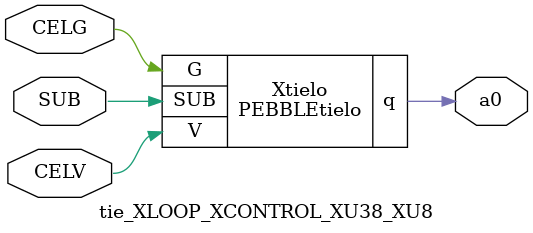
<source format=v>



module PEBBLEtielo ( q, G, SUB, V );

  input V;
  output q;
  input G;
  input SUB;
endmodule

//Celera Confidential Do Not Copy tie_XLOOP_XCONTROL_XU38_XU8
//Celera Confidential Symbol Generator
//TIE
module tie_XLOOP_XCONTROL_XU38_XU8 (CELV,CELG,a0,SUB);
input CELV;
input CELG;
output a0;
input SUB;

//Celera Confidential Do Not Copy tie
PEBBLEtielo Xtielo(
.V (CELV),
.q (a0),
.SUB (SUB),
.G (CELG)
);
//,diesize,PEBBLEtielo

//Celera Confidential Do Not Copy Module End
//Celera Schematic Generator
endmodule

</source>
